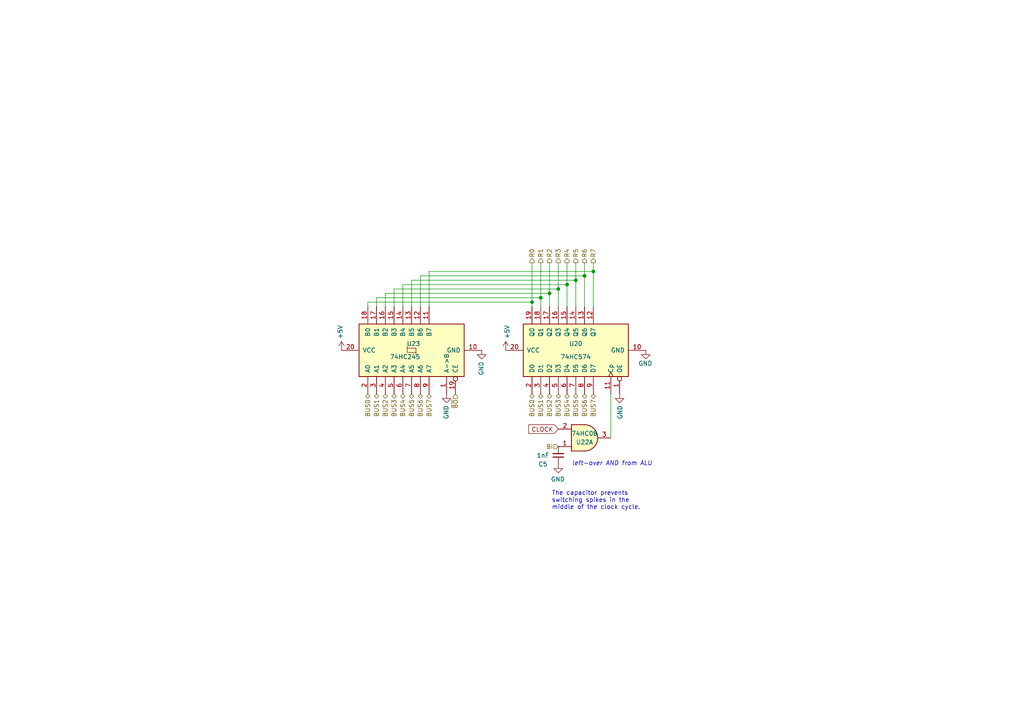
<source format=kicad_sch>
(kicad_sch (version 20211123) (generator eeschema)

  (uuid 7bf351b5-0ca3-402f-bde2-192ed9d3a4d3)

  (paper "A4")

  (title_block
    (title "B Register")
    (date "2022-07-08")
    (rev "1.6.1")
    (comment 2 "creativecommons.org/licenses/by-nc-sa/3.0/deed.en")
    (comment 3 "License: CC BY-NC-SA 3.0")
    (comment 4 "Author: Carsten Herting (slu4)")
  )

  (lib_symbols
    (symbol "74xx:74HC245" (pin_names (offset 1.016)) (in_bom yes) (on_board yes)
      (property "Reference" "U" (id 0) (at -7.62 16.51 0)
        (effects (font (size 1.27 1.27)))
      )
      (property "Value" "74HC245" (id 1) (at -7.62 -16.51 0)
        (effects (font (size 1.27 1.27)))
      )
      (property "Footprint" "" (id 2) (at 0 0 0)
        (effects (font (size 1.27 1.27)) hide)
      )
      (property "Datasheet" "http://www.ti.com/lit/gpn/sn74HC245" (id 3) (at 0 0 0)
        (effects (font (size 1.27 1.27)) hide)
      )
      (property "ki_locked" "" (id 4) (at 0 0 0)
        (effects (font (size 1.27 1.27)))
      )
      (property "ki_keywords" "HCMOS BUS 3State" (id 5) (at 0 0 0)
        (effects (font (size 1.27 1.27)) hide)
      )
      (property "ki_description" "Octal BUS Transceivers, 3-State outputs" (id 6) (at 0 0 0)
        (effects (font (size 1.27 1.27)) hide)
      )
      (property "ki_fp_filters" "DIP?20*" (id 7) (at 0 0 0)
        (effects (font (size 1.27 1.27)) hide)
      )
      (symbol "74HC245_1_0"
        (polyline
          (pts
            (xy -0.635 -1.27)
            (xy -0.635 1.27)
            (xy 0.635 1.27)
          )
          (stroke (width 0) (type default) (color 0 0 0 0))
          (fill (type none))
        )
        (polyline
          (pts
            (xy -1.27 -1.27)
            (xy 0.635 -1.27)
            (xy 0.635 1.27)
            (xy 1.27 1.27)
          )
          (stroke (width 0) (type default) (color 0 0 0 0))
          (fill (type none))
        )
        (pin input line (at -12.7 -10.16 0) (length 5.08)
          (name "A->B" (effects (font (size 1.27 1.27))))
          (number "1" (effects (font (size 1.27 1.27))))
        )
        (pin power_in line (at 0 -20.32 90) (length 5.08)
          (name "GND" (effects (font (size 1.27 1.27))))
          (number "10" (effects (font (size 1.27 1.27))))
        )
        (pin tri_state line (at 12.7 -5.08 180) (length 5.08)
          (name "B7" (effects (font (size 1.27 1.27))))
          (number "11" (effects (font (size 1.27 1.27))))
        )
        (pin tri_state line (at 12.7 -2.54 180) (length 5.08)
          (name "B6" (effects (font (size 1.27 1.27))))
          (number "12" (effects (font (size 1.27 1.27))))
        )
        (pin tri_state line (at 12.7 0 180) (length 5.08)
          (name "B5" (effects (font (size 1.27 1.27))))
          (number "13" (effects (font (size 1.27 1.27))))
        )
        (pin tri_state line (at 12.7 2.54 180) (length 5.08)
          (name "B4" (effects (font (size 1.27 1.27))))
          (number "14" (effects (font (size 1.27 1.27))))
        )
        (pin tri_state line (at 12.7 5.08 180) (length 5.08)
          (name "B3" (effects (font (size 1.27 1.27))))
          (number "15" (effects (font (size 1.27 1.27))))
        )
        (pin tri_state line (at 12.7 7.62 180) (length 5.08)
          (name "B2" (effects (font (size 1.27 1.27))))
          (number "16" (effects (font (size 1.27 1.27))))
        )
        (pin tri_state line (at 12.7 10.16 180) (length 5.08)
          (name "B1" (effects (font (size 1.27 1.27))))
          (number "17" (effects (font (size 1.27 1.27))))
        )
        (pin tri_state line (at 12.7 12.7 180) (length 5.08)
          (name "B0" (effects (font (size 1.27 1.27))))
          (number "18" (effects (font (size 1.27 1.27))))
        )
        (pin input inverted (at -12.7 -12.7 0) (length 5.08)
          (name "CE" (effects (font (size 1.27 1.27))))
          (number "19" (effects (font (size 1.27 1.27))))
        )
        (pin tri_state line (at -12.7 12.7 0) (length 5.08)
          (name "A0" (effects (font (size 1.27 1.27))))
          (number "2" (effects (font (size 1.27 1.27))))
        )
        (pin power_in line (at 0 20.32 270) (length 5.08)
          (name "VCC" (effects (font (size 1.27 1.27))))
          (number "20" (effects (font (size 1.27 1.27))))
        )
        (pin tri_state line (at -12.7 10.16 0) (length 5.08)
          (name "A1" (effects (font (size 1.27 1.27))))
          (number "3" (effects (font (size 1.27 1.27))))
        )
        (pin tri_state line (at -12.7 7.62 0) (length 5.08)
          (name "A2" (effects (font (size 1.27 1.27))))
          (number "4" (effects (font (size 1.27 1.27))))
        )
        (pin tri_state line (at -12.7 5.08 0) (length 5.08)
          (name "A3" (effects (font (size 1.27 1.27))))
          (number "5" (effects (font (size 1.27 1.27))))
        )
        (pin tri_state line (at -12.7 2.54 0) (length 5.08)
          (name "A4" (effects (font (size 1.27 1.27))))
          (number "6" (effects (font (size 1.27 1.27))))
        )
        (pin tri_state line (at -12.7 0 0) (length 5.08)
          (name "A5" (effects (font (size 1.27 1.27))))
          (number "7" (effects (font (size 1.27 1.27))))
        )
        (pin tri_state line (at -12.7 -2.54 0) (length 5.08)
          (name "A6" (effects (font (size 1.27 1.27))))
          (number "8" (effects (font (size 1.27 1.27))))
        )
        (pin tri_state line (at -12.7 -5.08 0) (length 5.08)
          (name "A7" (effects (font (size 1.27 1.27))))
          (number "9" (effects (font (size 1.27 1.27))))
        )
      )
      (symbol "74HC245_1_1"
        (rectangle (start -7.62 15.24) (end 7.62 -15.24)
          (stroke (width 0.254) (type default) (color 0 0 0 0))
          (fill (type background))
        )
      )
    )
    (symbol "8-Bit CPU 32k:74HC08" (pin_names (offset 1.016)) (in_bom yes) (on_board yes)
      (property "Reference" "U" (id 0) (at 0 1.27 0)
        (effects (font (size 1.27 1.27)))
      )
      (property "Value" "74HC08" (id 1) (at 0 -1.27 0)
        (effects (font (size 1.27 1.27)))
      )
      (property "Footprint" "" (id 2) (at 0 0 0)
        (effects (font (size 1.27 1.27)) hide)
      )
      (property "Datasheet" "http://www.ti.com/lit/gpn/sn74LS08" (id 3) (at 0 0 0)
        (effects (font (size 1.27 1.27)) hide)
      )
      (property "ki_locked" "" (id 4) (at 0 0 0)
        (effects (font (size 1.27 1.27)))
      )
      (property "ki_keywords" "TTL and2" (id 5) (at 0 0 0)
        (effects (font (size 1.27 1.27)) hide)
      )
      (property "ki_description" "Quad And2" (id 6) (at 0 0 0)
        (effects (font (size 1.27 1.27)) hide)
      )
      (property "ki_fp_filters" "DIP*W7.62mm*" (id 7) (at 0 0 0)
        (effects (font (size 1.27 1.27)) hide)
      )
      (symbol "74HC08_1_1"
        (arc (start 0 -3.81) (mid 3.81 0) (end 0 3.81)
          (stroke (width 0.254) (type default) (color 0 0 0 0))
          (fill (type background))
        )
        (polyline
          (pts
            (xy 0 3.81)
            (xy -3.81 3.81)
            (xy -3.81 -3.81)
            (xy 0 -3.81)
          )
          (stroke (width 0.254) (type default) (color 0 0 0 0))
          (fill (type background))
        )
        (pin input line (at -7.62 2.54 0) (length 3.81)
          (name "~" (effects (font (size 1.27 1.27))))
          (number "1" (effects (font (size 1.27 1.27))))
        )
        (pin input line (at -7.62 -2.54 0) (length 3.81)
          (name "~" (effects (font (size 1.27 1.27))))
          (number "2" (effects (font (size 1.27 1.27))))
        )
        (pin output line (at 7.62 0 180) (length 3.81)
          (name "~" (effects (font (size 1.27 1.27))))
          (number "3" (effects (font (size 1.27 1.27))))
        )
      )
      (symbol "74HC08_1_2"
        (arc (start -3.81 -3.81) (mid -2.589 0) (end -3.81 3.81)
          (stroke (width 0.254) (type default) (color 0 0 0 0))
          (fill (type none))
        )
        (arc (start -0.6096 -3.81) (mid 2.1842 -2.5851) (end 3.81 0)
          (stroke (width 0.254) (type default) (color 0 0 0 0))
          (fill (type background))
        )
        (polyline
          (pts
            (xy -3.81 -3.81)
            (xy -0.635 -3.81)
          )
          (stroke (width 0.254) (type default) (color 0 0 0 0))
          (fill (type background))
        )
        (polyline
          (pts
            (xy -3.81 3.81)
            (xy -0.635 3.81)
          )
          (stroke (width 0.254) (type default) (color 0 0 0 0))
          (fill (type background))
        )
        (polyline
          (pts
            (xy -0.635 3.81)
            (xy -3.81 3.81)
            (xy -3.81 3.81)
            (xy -3.556 3.4036)
            (xy -3.0226 2.2606)
            (xy -2.6924 1.0414)
            (xy -2.6162 -0.254)
            (xy -2.7686 -1.4986)
            (xy -3.175 -2.7178)
            (xy -3.81 -3.81)
            (xy -3.81 -3.81)
            (xy -0.635 -3.81)
          )
          (stroke (width -25.4) (type default) (color 0 0 0 0))
          (fill (type background))
        )
        (arc (start 3.81 0) (mid 2.1915 2.5936) (end -0.6096 3.81)
          (stroke (width 0.254) (type default) (color 0 0 0 0))
          (fill (type background))
        )
        (pin input inverted (at -7.62 2.54 0) (length 4.318)
          (name "~" (effects (font (size 1.27 1.27))))
          (number "1" (effects (font (size 1.27 1.27))))
        )
        (pin input inverted (at -7.62 -2.54 0) (length 4.318)
          (name "~" (effects (font (size 1.27 1.27))))
          (number "2" (effects (font (size 1.27 1.27))))
        )
        (pin output inverted (at 7.62 0 180) (length 3.81)
          (name "~" (effects (font (size 1.27 1.27))))
          (number "3" (effects (font (size 1.27 1.27))))
        )
      )
      (symbol "74HC08_2_1"
        (arc (start 0 -3.81) (mid 3.81 0) (end 0 3.81)
          (stroke (width 0.254) (type default) (color 0 0 0 0))
          (fill (type background))
        )
        (polyline
          (pts
            (xy 0 3.81)
            (xy -3.81 3.81)
            (xy -3.81 -3.81)
            (xy 0 -3.81)
          )
          (stroke (width 0.254) (type default) (color 0 0 0 0))
          (fill (type background))
        )
        (pin input line (at -7.62 2.54 0) (length 3.81)
          (name "~" (effects (font (size 1.27 1.27))))
          (number "4" (effects (font (size 1.27 1.27))))
        )
        (pin input line (at -7.62 -2.54 0) (length 3.81)
          (name "~" (effects (font (size 1.27 1.27))))
          (number "5" (effects (font (size 1.27 1.27))))
        )
        (pin output line (at 7.62 0 180) (length 3.81)
          (name "~" (effects (font (size 1.27 1.27))))
          (number "6" (effects (font (size 1.27 1.27))))
        )
      )
      (symbol "74HC08_2_2"
        (arc (start -3.81 -3.81) (mid -2.589 0) (end -3.81 3.81)
          (stroke (width 0.254) (type default) (color 0 0 0 0))
          (fill (type none))
        )
        (arc (start -0.6096 -3.81) (mid 2.1842 -2.5851) (end 3.81 0)
          (stroke (width 0.254) (type default) (color 0 0 0 0))
          (fill (type background))
        )
        (polyline
          (pts
            (xy -3.81 -3.81)
            (xy -0.635 -3.81)
          )
          (stroke (width 0.254) (type default) (color 0 0 0 0))
          (fill (type background))
        )
        (polyline
          (pts
            (xy -3.81 3.81)
            (xy -0.635 3.81)
          )
          (stroke (width 0.254) (type default) (color 0 0 0 0))
          (fill (type background))
        )
        (polyline
          (pts
            (xy -0.635 3.81)
            (xy -3.81 3.81)
            (xy -3.81 3.81)
            (xy -3.556 3.4036)
            (xy -3.0226 2.2606)
            (xy -2.6924 1.0414)
            (xy -2.6162 -0.254)
            (xy -2.7686 -1.4986)
            (xy -3.175 -2.7178)
            (xy -3.81 -3.81)
            (xy -3.81 -3.81)
            (xy -0.635 -3.81)
          )
          (stroke (width -25.4) (type default) (color 0 0 0 0))
          (fill (type background))
        )
        (arc (start 3.81 0) (mid 2.1915 2.5936) (end -0.6096 3.81)
          (stroke (width 0.254) (type default) (color 0 0 0 0))
          (fill (type background))
        )
        (pin input inverted (at -7.62 2.54 0) (length 4.318)
          (name "~" (effects (font (size 1.27 1.27))))
          (number "4" (effects (font (size 1.27 1.27))))
        )
        (pin input inverted (at -7.62 -2.54 0) (length 4.318)
          (name "~" (effects (font (size 1.27 1.27))))
          (number "5" (effects (font (size 1.27 1.27))))
        )
        (pin output inverted (at 7.62 0 180) (length 3.81)
          (name "~" (effects (font (size 1.27 1.27))))
          (number "6" (effects (font (size 1.27 1.27))))
        )
      )
      (symbol "74HC08_3_1"
        (arc (start 0 -3.81) (mid 3.81 0) (end 0 3.81)
          (stroke (width 0.254) (type default) (color 0 0 0 0))
          (fill (type background))
        )
        (polyline
          (pts
            (xy 0 3.81)
            (xy -3.81 3.81)
            (xy -3.81 -3.81)
            (xy 0 -3.81)
          )
          (stroke (width 0.254) (type default) (color 0 0 0 0))
          (fill (type background))
        )
        (pin input line (at -7.62 -2.54 0) (length 3.81)
          (name "~" (effects (font (size 1.27 1.27))))
          (number "10" (effects (font (size 1.27 1.27))))
        )
        (pin output line (at 7.62 0 180) (length 3.81)
          (name "~" (effects (font (size 1.27 1.27))))
          (number "8" (effects (font (size 1.27 1.27))))
        )
        (pin input line (at -7.62 2.54 0) (length 3.81)
          (name "~" (effects (font (size 1.27 1.27))))
          (number "9" (effects (font (size 1.27 1.27))))
        )
      )
      (symbol "74HC08_3_2"
        (arc (start -3.81 -3.81) (mid -2.589 0) (end -3.81 3.81)
          (stroke (width 0.254) (type default) (color 0 0 0 0))
          (fill (type none))
        )
        (arc (start -0.6096 -3.81) (mid 2.1842 -2.5851) (end 3.81 0)
          (stroke (width 0.254) (type default) (color 0 0 0 0))
          (fill (type background))
        )
        (polyline
          (pts
            (xy -3.81 -3.81)
            (xy -0.635 -3.81)
          )
          (stroke (width 0.254) (type default) (color 0 0 0 0))
          (fill (type background))
        )
        (polyline
          (pts
            (xy -3.81 3.81)
            (xy -0.635 3.81)
          )
          (stroke (width 0.254) (type default) (color 0 0 0 0))
          (fill (type background))
        )
        (polyline
          (pts
            (xy -0.635 3.81)
            (xy -3.81 3.81)
            (xy -3.81 3.81)
            (xy -3.556 3.4036)
            (xy -3.0226 2.2606)
            (xy -2.6924 1.0414)
            (xy -2.6162 -0.254)
            (xy -2.7686 -1.4986)
            (xy -3.175 -2.7178)
            (xy -3.81 -3.81)
            (xy -3.81 -3.81)
            (xy -0.635 -3.81)
          )
          (stroke (width -25.4) (type default) (color 0 0 0 0))
          (fill (type background))
        )
        (arc (start 3.81 0) (mid 2.1915 2.5936) (end -0.6096 3.81)
          (stroke (width 0.254) (type default) (color 0 0 0 0))
          (fill (type background))
        )
        (pin input inverted (at -7.62 -2.54 0) (length 4.318)
          (name "~" (effects (font (size 1.27 1.27))))
          (number "10" (effects (font (size 1.27 1.27))))
        )
        (pin output inverted (at 7.62 0 180) (length 3.81)
          (name "~" (effects (font (size 1.27 1.27))))
          (number "8" (effects (font (size 1.27 1.27))))
        )
        (pin input inverted (at -7.62 2.54 0) (length 4.318)
          (name "~" (effects (font (size 1.27 1.27))))
          (number "9" (effects (font (size 1.27 1.27))))
        )
      )
      (symbol "74HC08_4_1"
        (arc (start 0 -3.81) (mid 3.81 0) (end 0 3.81)
          (stroke (width 0.254) (type default) (color 0 0 0 0))
          (fill (type background))
        )
        (polyline
          (pts
            (xy 0 3.81)
            (xy -3.81 3.81)
            (xy -3.81 -3.81)
            (xy 0 -3.81)
          )
          (stroke (width 0.254) (type default) (color 0 0 0 0))
          (fill (type background))
        )
        (pin output line (at 7.62 0 180) (length 3.81)
          (name "~" (effects (font (size 1.27 1.27))))
          (number "11" (effects (font (size 1.27 1.27))))
        )
        (pin input line (at -7.62 2.54 0) (length 3.81)
          (name "~" (effects (font (size 1.27 1.27))))
          (number "12" (effects (font (size 1.27 1.27))))
        )
        (pin input line (at -7.62 -2.54 0) (length 3.81)
          (name "~" (effects (font (size 1.27 1.27))))
          (number "13" (effects (font (size 1.27 1.27))))
        )
      )
      (symbol "74HC08_4_2"
        (arc (start -3.81 -3.81) (mid -2.589 0) (end -3.81 3.81)
          (stroke (width 0.254) (type default) (color 0 0 0 0))
          (fill (type none))
        )
        (arc (start -0.6096 -3.81) (mid 2.1842 -2.5851) (end 3.81 0)
          (stroke (width 0.254) (type default) (color 0 0 0 0))
          (fill (type background))
        )
        (polyline
          (pts
            (xy -3.81 -3.81)
            (xy -0.635 -3.81)
          )
          (stroke (width 0.254) (type default) (color 0 0 0 0))
          (fill (type background))
        )
        (polyline
          (pts
            (xy -3.81 3.81)
            (xy -0.635 3.81)
          )
          (stroke (width 0.254) (type default) (color 0 0 0 0))
          (fill (type background))
        )
        (polyline
          (pts
            (xy -0.635 3.81)
            (xy -3.81 3.81)
            (xy -3.81 3.81)
            (xy -3.556 3.4036)
            (xy -3.0226 2.2606)
            (xy -2.6924 1.0414)
            (xy -2.6162 -0.254)
            (xy -2.7686 -1.4986)
            (xy -3.175 -2.7178)
            (xy -3.81 -3.81)
            (xy -3.81 -3.81)
            (xy -0.635 -3.81)
          )
          (stroke (width -25.4) (type default) (color 0 0 0 0))
          (fill (type background))
        )
        (arc (start 3.81 0) (mid 2.1915 2.5936) (end -0.6096 3.81)
          (stroke (width 0.254) (type default) (color 0 0 0 0))
          (fill (type background))
        )
        (pin output inverted (at 7.62 0 180) (length 3.81)
          (name "~" (effects (font (size 1.27 1.27))))
          (number "11" (effects (font (size 1.27 1.27))))
        )
        (pin input inverted (at -7.62 2.54 0) (length 4.318)
          (name "~" (effects (font (size 1.27 1.27))))
          (number "12" (effects (font (size 1.27 1.27))))
        )
        (pin input inverted (at -7.62 -2.54 0) (length 4.318)
          (name "~" (effects (font (size 1.27 1.27))))
          (number "13" (effects (font (size 1.27 1.27))))
        )
      )
      (symbol "74HC08_5_0"
        (pin power_in line (at 0 12.7 270) (length 5.08)
          (name "VCC" (effects (font (size 1.27 1.27))))
          (number "14" (effects (font (size 1.27 1.27))))
        )
        (pin power_in line (at 0 -12.7 90) (length 5.08)
          (name "GND" (effects (font (size 1.27 1.27))))
          (number "7" (effects (font (size 1.27 1.27))))
        )
      )
      (symbol "74HC08_5_1"
        (rectangle (start -5.08 7.62) (end 5.08 -7.62)
          (stroke (width 0.254) (type default) (color 0 0 0 0))
          (fill (type background))
        )
      )
    )
    (symbol "8-Bit CPU 32k:74HC574" (pin_names (offset 1.016)) (in_bom yes) (on_board yes)
      (property "Reference" "U" (id 0) (at -7.62 16.51 0)
        (effects (font (size 1.27 1.27)))
      )
      (property "Value" "74HC574" (id 1) (at -7.62 -16.51 0)
        (effects (font (size 1.27 1.27)))
      )
      (property "Footprint" "" (id 2) (at 0 0 0)
        (effects (font (size 1.27 1.27)) hide)
      )
      (property "Datasheet" "http://www.ti.com/lit/gpn/sn74LS574" (id 3) (at 0 0 0)
        (effects (font (size 1.27 1.27)) hide)
      )
      (property "ki_locked" "" (id 4) (at 0 0 0)
        (effects (font (size 1.27 1.27)))
      )
      (property "ki_keywords" "TTL REG DFF DFF8 3State" (id 5) (at 0 0 0)
        (effects (font (size 1.27 1.27)) hide)
      )
      (property "ki_description" "8-bit Register, 3-state outputs" (id 6) (at 0 0 0)
        (effects (font (size 1.27 1.27)) hide)
      )
      (property "ki_fp_filters" "DIP?20*" (id 7) (at 0 0 0)
        (effects (font (size 1.27 1.27)) hide)
      )
      (symbol "74HC574_1_0"
        (pin input inverted (at -12.7 -12.7 0) (length 5.08)
          (name "OE" (effects (font (size 1.27 1.27))))
          (number "1" (effects (font (size 1.27 1.27))))
        )
        (pin power_in line (at 0 -20.32 90) (length 5.08)
          (name "GND" (effects (font (size 1.27 1.27))))
          (number "10" (effects (font (size 1.27 1.27))))
        )
        (pin input clock (at -12.7 -10.16 0) (length 5.08)
          (name "Cp" (effects (font (size 1.27 1.27))))
          (number "11" (effects (font (size 1.27 1.27))))
        )
        (pin tri_state line (at 12.7 -5.08 180) (length 5.08)
          (name "Q7" (effects (font (size 1.27 1.27))))
          (number "12" (effects (font (size 1.27 1.27))))
        )
        (pin tri_state line (at 12.7 -2.54 180) (length 5.08)
          (name "Q6" (effects (font (size 1.27 1.27))))
          (number "13" (effects (font (size 1.27 1.27))))
        )
        (pin tri_state line (at 12.7 0 180) (length 5.08)
          (name "Q5" (effects (font (size 1.27 1.27))))
          (number "14" (effects (font (size 1.27 1.27))))
        )
        (pin tri_state line (at 12.7 2.54 180) (length 5.08)
          (name "Q4" (effects (font (size 1.27 1.27))))
          (number "15" (effects (font (size 1.27 1.27))))
        )
        (pin tri_state line (at 12.7 5.08 180) (length 5.08)
          (name "Q3" (effects (font (size 1.27 1.27))))
          (number "16" (effects (font (size 1.27 1.27))))
        )
        (pin tri_state line (at 12.7 7.62 180) (length 5.08)
          (name "Q2" (effects (font (size 1.27 1.27))))
          (number "17" (effects (font (size 1.27 1.27))))
        )
        (pin tri_state line (at 12.7 10.16 180) (length 5.08)
          (name "Q1" (effects (font (size 1.27 1.27))))
          (number "18" (effects (font (size 1.27 1.27))))
        )
        (pin tri_state line (at 12.7 12.7 180) (length 5.08)
          (name "Q0" (effects (font (size 1.27 1.27))))
          (number "19" (effects (font (size 1.27 1.27))))
        )
        (pin input line (at -12.7 12.7 0) (length 5.08)
          (name "D0" (effects (font (size 1.27 1.27))))
          (number "2" (effects (font (size 1.27 1.27))))
        )
        (pin power_in line (at 0 20.32 270) (length 5.08)
          (name "VCC" (effects (font (size 1.27 1.27))))
          (number "20" (effects (font (size 1.27 1.27))))
        )
        (pin input line (at -12.7 10.16 0) (length 5.08)
          (name "D1" (effects (font (size 1.27 1.27))))
          (number "3" (effects (font (size 1.27 1.27))))
        )
        (pin input line (at -12.7 7.62 0) (length 5.08)
          (name "D2" (effects (font (size 1.27 1.27))))
          (number "4" (effects (font (size 1.27 1.27))))
        )
        (pin input line (at -12.7 5.08 0) (length 5.08)
          (name "D3" (effects (font (size 1.27 1.27))))
          (number "5" (effects (font (size 1.27 1.27))))
        )
        (pin input line (at -12.7 2.54 0) (length 5.08)
          (name "D4" (effects (font (size 1.27 1.27))))
          (number "6" (effects (font (size 1.27 1.27))))
        )
        (pin input line (at -12.7 0 0) (length 5.08)
          (name "D5" (effects (font (size 1.27 1.27))))
          (number "7" (effects (font (size 1.27 1.27))))
        )
        (pin input line (at -12.7 -2.54 0) (length 5.08)
          (name "D6" (effects (font (size 1.27 1.27))))
          (number "8" (effects (font (size 1.27 1.27))))
        )
        (pin input line (at -12.7 -5.08 0) (length 5.08)
          (name "D7" (effects (font (size 1.27 1.27))))
          (number "9" (effects (font (size 1.27 1.27))))
        )
      )
      (symbol "74HC574_1_1"
        (rectangle (start -7.62 15.24) (end 7.62 -15.24)
          (stroke (width 0.254) (type default) (color 0 0 0 0))
          (fill (type background))
        )
      )
    )
    (symbol "Device:C_Small" (pin_numbers hide) (pin_names (offset 0.254) hide) (in_bom yes) (on_board yes)
      (property "Reference" "C" (id 0) (at 0.254 1.778 0)
        (effects (font (size 1.27 1.27)) (justify left))
      )
      (property "Value" "C_Small" (id 1) (at 0.254 -2.032 0)
        (effects (font (size 1.27 1.27)) (justify left))
      )
      (property "Footprint" "" (id 2) (at 0 0 0)
        (effects (font (size 1.27 1.27)) hide)
      )
      (property "Datasheet" "~" (id 3) (at 0 0 0)
        (effects (font (size 1.27 1.27)) hide)
      )
      (property "ki_keywords" "capacitor cap" (id 4) (at 0 0 0)
        (effects (font (size 1.27 1.27)) hide)
      )
      (property "ki_description" "Unpolarized capacitor, small symbol" (id 5) (at 0 0 0)
        (effects (font (size 1.27 1.27)) hide)
      )
      (property "ki_fp_filters" "C_*" (id 6) (at 0 0 0)
        (effects (font (size 1.27 1.27)) hide)
      )
      (symbol "C_Small_0_1"
        (polyline
          (pts
            (xy -1.524 -0.508)
            (xy 1.524 -0.508)
          )
          (stroke (width 0.3302) (type default) (color 0 0 0 0))
          (fill (type none))
        )
        (polyline
          (pts
            (xy -1.524 0.508)
            (xy 1.524 0.508)
          )
          (stroke (width 0.3048) (type default) (color 0 0 0 0))
          (fill (type none))
        )
      )
      (symbol "C_Small_1_1"
        (pin passive line (at 0 2.54 270) (length 2.032)
          (name "~" (effects (font (size 1.27 1.27))))
          (number "1" (effects (font (size 1.27 1.27))))
        )
        (pin passive line (at 0 -2.54 90) (length 2.032)
          (name "~" (effects (font (size 1.27 1.27))))
          (number "2" (effects (font (size 1.27 1.27))))
        )
      )
    )
    (symbol "power:+5V" (power) (pin_names (offset 0)) (in_bom yes) (on_board yes)
      (property "Reference" "#PWR" (id 0) (at 0 -3.81 0)
        (effects (font (size 1.27 1.27)) hide)
      )
      (property "Value" "+5V" (id 1) (at 0 3.556 0)
        (effects (font (size 1.27 1.27)))
      )
      (property "Footprint" "" (id 2) (at 0 0 0)
        (effects (font (size 1.27 1.27)) hide)
      )
      (property "Datasheet" "" (id 3) (at 0 0 0)
        (effects (font (size 1.27 1.27)) hide)
      )
      (property "ki_keywords" "power-flag" (id 4) (at 0 0 0)
        (effects (font (size 1.27 1.27)) hide)
      )
      (property "ki_description" "Power symbol creates a global label with name \"+5V\"" (id 5) (at 0 0 0)
        (effects (font (size 1.27 1.27)) hide)
      )
      (symbol "+5V_0_1"
        (polyline
          (pts
            (xy -0.762 1.27)
            (xy 0 2.54)
          )
          (stroke (width 0) (type default) (color 0 0 0 0))
          (fill (type none))
        )
        (polyline
          (pts
            (xy 0 0)
            (xy 0 2.54)
          )
          (stroke (width 0) (type default) (color 0 0 0 0))
          (fill (type none))
        )
        (polyline
          (pts
            (xy 0 2.54)
            (xy 0.762 1.27)
          )
          (stroke (width 0) (type default) (color 0 0 0 0))
          (fill (type none))
        )
      )
      (symbol "+5V_1_1"
        (pin power_in line (at 0 0 90) (length 0) hide
          (name "+5V" (effects (font (size 1.27 1.27))))
          (number "1" (effects (font (size 1.27 1.27))))
        )
      )
    )
    (symbol "power:GND" (power) (pin_names (offset 0)) (in_bom yes) (on_board yes)
      (property "Reference" "#PWR" (id 0) (at 0 -6.35 0)
        (effects (font (size 1.27 1.27)) hide)
      )
      (property "Value" "GND" (id 1) (at 0 -3.81 0)
        (effects (font (size 1.27 1.27)))
      )
      (property "Footprint" "" (id 2) (at 0 0 0)
        (effects (font (size 1.27 1.27)) hide)
      )
      (property "Datasheet" "" (id 3) (at 0 0 0)
        (effects (font (size 1.27 1.27)) hide)
      )
      (property "ki_keywords" "power-flag" (id 4) (at 0 0 0)
        (effects (font (size 1.27 1.27)) hide)
      )
      (property "ki_description" "Power symbol creates a global label with name \"GND\" , ground" (id 5) (at 0 0 0)
        (effects (font (size 1.27 1.27)) hide)
      )
      (symbol "GND_0_1"
        (polyline
          (pts
            (xy 0 0)
            (xy 0 -1.27)
            (xy 1.27 -1.27)
            (xy 0 -2.54)
            (xy -1.27 -1.27)
            (xy 0 -1.27)
          )
          (stroke (width 0) (type default) (color 0 0 0 0))
          (fill (type none))
        )
      )
      (symbol "GND_1_1"
        (pin power_in line (at 0 0 270) (length 0) hide
          (name "GND" (effects (font (size 1.27 1.27))))
          (number "1" (effects (font (size 1.27 1.27))))
        )
      )
    )
  )

  (junction (at 154.305 87.63) (diameter 0) (color 0 0 0 0)
    (uuid 05be4efb-d386-44de-b1fa-fb5bfaead741)
  )
  (junction (at 164.465 82.55) (diameter 0) (color 0 0 0 0)
    (uuid 3788e650-8f95-4217-a513-3b430b913278)
  )
  (junction (at 159.385 85.09) (diameter 0) (color 0 0 0 0)
    (uuid 4a976d76-7ab9-4fd0-9197-f41194f98343)
  )
  (junction (at 161.925 83.82) (diameter 0) (color 0 0 0 0)
    (uuid 6c0fe6c3-3768-4ea6-af51-dc0aeeac1ed0)
  )
  (junction (at 172.085 78.74) (diameter 0) (color 0 0 0 0)
    (uuid a02d2519-1601-47d2-8b63-1604ba8f78db)
  )
  (junction (at 169.545 80.01) (diameter 0) (color 0 0 0 0)
    (uuid ba84ae49-5503-4d51-a1a0-14c14e086859)
  )
  (junction (at 167.005 81.28) (diameter 0) (color 0 0 0 0)
    (uuid e4e2f98c-2274-4183-a9ca-c4e1a72a4f35)
  )
  (junction (at 156.845 86.36) (diameter 0) (color 0 0 0 0)
    (uuid f1962bf3-9b87-4e4b-91f8-6ef4913cc80f)
  )

  (wire (pts (xy 169.545 88.9) (xy 169.545 80.01))
    (stroke (width 0) (type default) (color 0 0 0 0))
    (uuid 12decf02-08c9-49b3-b3b0-c2980b46d982)
  )
  (wire (pts (xy 169.545 80.01) (xy 121.92 80.01))
    (stroke (width 0) (type default) (color 0 0 0 0))
    (uuid 1533a7c0-1f94-4975-b9fa-0b5fb280dad9)
  )
  (wire (pts (xy 164.465 76.2) (xy 164.465 82.55))
    (stroke (width 0) (type default) (color 0 0 0 0))
    (uuid 1e4046c1-bc55-4570-866a-b29fe2b67aa9)
  )
  (wire (pts (xy 164.465 82.55) (xy 164.465 88.9))
    (stroke (width 0) (type default) (color 0 0 0 0))
    (uuid 1f7ce848-ecd1-48f6-b968-b569545e5afe)
  )
  (wire (pts (xy 119.38 81.28) (xy 167.005 81.28))
    (stroke (width 0) (type default) (color 0 0 0 0))
    (uuid 21bea45c-92dd-4e03-bd56-475bde6c6b6f)
  )
  (wire (pts (xy 116.84 82.55) (xy 164.465 82.55))
    (stroke (width 0) (type default) (color 0 0 0 0))
    (uuid 2d919865-bb91-4d23-b101-3c55da61dc7a)
  )
  (wire (pts (xy 172.085 78.74) (xy 172.085 88.9))
    (stroke (width 0) (type default) (color 0 0 0 0))
    (uuid 2f5aa74f-9ee3-49c8-8884-2e08706a46e1)
  )
  (wire (pts (xy 154.305 76.2) (xy 154.305 87.63))
    (stroke (width 0) (type default) (color 0 0 0 0))
    (uuid 37d1a1cc-6a20-4354-88fa-29b7adc03b17)
  )
  (wire (pts (xy 169.545 76.2) (xy 169.545 80.01))
    (stroke (width 0) (type default) (color 0 0 0 0))
    (uuid 39d47491-f673-4f20-9c93-f6aa5b2e2e3f)
  )
  (wire (pts (xy 111.76 85.09) (xy 111.76 88.9))
    (stroke (width 0) (type default) (color 0 0 0 0))
    (uuid 4f1cec83-d603-4acb-91e0-7bb12dab82f9)
  )
  (wire (pts (xy 172.085 76.2) (xy 172.085 78.74))
    (stroke (width 0) (type default) (color 0 0 0 0))
    (uuid 4fb6f226-d78a-4cc8-9c36-1c0597d255a5)
  )
  (wire (pts (xy 114.3 83.82) (xy 114.3 88.9))
    (stroke (width 0) (type default) (color 0 0 0 0))
    (uuid 57e2111f-8ff5-4315-aded-574f99815ed4)
  )
  (wire (pts (xy 154.305 88.9) (xy 154.305 87.63))
    (stroke (width 0) (type default) (color 0 0 0 0))
    (uuid 5a71569d-67f7-4b6b-96d2-87c44eac1777)
  )
  (wire (pts (xy 121.92 80.01) (xy 121.92 88.9))
    (stroke (width 0) (type default) (color 0 0 0 0))
    (uuid 6f2fedfa-02d6-475a-b378-39ff5356711f)
  )
  (wire (pts (xy 156.845 76.2) (xy 156.845 86.36))
    (stroke (width 0) (type default) (color 0 0 0 0))
    (uuid 70f577a4-2178-40d2-b0be-17682b48b6ba)
  )
  (wire (pts (xy 177.165 127) (xy 177.165 114.3))
    (stroke (width 0) (type default) (color 0 0 0 0))
    (uuid 72f51cbc-0f56-4ae6-9096-564563ae4d2f)
  )
  (wire (pts (xy 124.46 78.74) (xy 124.46 88.9))
    (stroke (width 0) (type default) (color 0 0 0 0))
    (uuid 83f511a8-3815-49dd-aca0-1a559bd74f1c)
  )
  (wire (pts (xy 167.005 81.28) (xy 167.005 88.9))
    (stroke (width 0) (type default) (color 0 0 0 0))
    (uuid 94f99fe1-032e-4ec7-97d5-18352c02a993)
  )
  (wire (pts (xy 159.385 85.09) (xy 159.385 88.9))
    (stroke (width 0) (type default) (color 0 0 0 0))
    (uuid 97d01ba0-ec9a-4bf8-b0e7-f9a422154c74)
  )
  (wire (pts (xy 156.845 86.36) (xy 156.845 88.9))
    (stroke (width 0) (type default) (color 0 0 0 0))
    (uuid b180a248-42bb-4eaa-a4ae-02aae6bbf303)
  )
  (wire (pts (xy 159.385 76.2) (xy 159.385 85.09))
    (stroke (width 0) (type default) (color 0 0 0 0))
    (uuid b408dc23-184c-48e7-a654-e3161ebde191)
  )
  (wire (pts (xy 167.005 76.2) (xy 167.005 81.28))
    (stroke (width 0) (type default) (color 0 0 0 0))
    (uuid b5c7cfa0-0038-4cb8-abd1-93fa8ffe13d9)
  )
  (wire (pts (xy 161.925 88.9) (xy 161.925 83.82))
    (stroke (width 0) (type default) (color 0 0 0 0))
    (uuid bd125982-0891-4bff-9d98-46c74088b3bb)
  )
  (wire (pts (xy 161.925 83.82) (xy 114.3 83.82))
    (stroke (width 0) (type default) (color 0 0 0 0))
    (uuid d4ca8b08-bb46-46a1-803f-015a90d7c555)
  )
  (wire (pts (xy 111.76 85.09) (xy 159.385 85.09))
    (stroke (width 0) (type default) (color 0 0 0 0))
    (uuid d5d92da5-4dc0-4398-b4a7-0e9b5c4ca8fc)
  )
  (wire (pts (xy 154.305 87.63) (xy 106.68 87.63))
    (stroke (width 0) (type default) (color 0 0 0 0))
    (uuid dbbeacab-6c2d-4920-9afb-917e17a8f93c)
  )
  (wire (pts (xy 109.22 86.36) (xy 109.22 88.9))
    (stroke (width 0) (type default) (color 0 0 0 0))
    (uuid e7d045c3-551e-4933-98ed-c86c0a69d3b2)
  )
  (wire (pts (xy 161.925 76.2) (xy 161.925 83.82))
    (stroke (width 0) (type default) (color 0 0 0 0))
    (uuid e97b27d9-8d75-4145-a54b-558d30bf59f2)
  )
  (wire (pts (xy 124.46 78.74) (xy 172.085 78.74))
    (stroke (width 0) (type default) (color 0 0 0 0))
    (uuid f10b79bc-5744-4b2e-978f-fa66c7597cc1)
  )
  (wire (pts (xy 119.38 81.28) (xy 119.38 88.9))
    (stroke (width 0) (type default) (color 0 0 0 0))
    (uuid f5360aee-8562-4f08-a66e-ba35ac17d084)
  )
  (wire (pts (xy 106.68 87.63) (xy 106.68 88.9))
    (stroke (width 0) (type default) (color 0 0 0 0))
    (uuid f5e2af91-8f40-4609-a97a-216b8cda4e98)
  )
  (wire (pts (xy 116.84 82.55) (xy 116.84 88.9))
    (stroke (width 0) (type default) (color 0 0 0 0))
    (uuid fb614240-5481-4195-ab59-6b2fb5270865)
  )
  (wire (pts (xy 109.22 86.36) (xy 156.845 86.36))
    (stroke (width 0) (type default) (color 0 0 0 0))
    (uuid fbf81380-0873-4633-afd0-00dede9d55a6)
  )

  (text "The capacitor prevents\nswitching spikes in the\nmiddle of the clock cycle."
    (at 160.02 147.955 0)
    (effects (font (size 1.27 1.27)) (justify left bottom))
    (uuid 59020c6b-c4de-4a79-b69a-548d41e4b625)
  )
  (text "left-over AND from ALU" (at 189.23 135.255 180)
    (effects (font (size 1.27 1.27) italic) (justify right bottom))
    (uuid 63c48da6-ead1-4501-b11c-2a9c5f758e09)
  )

  (global_label "CLOCK" (shape input) (at 161.925 124.46 180) (fields_autoplaced)
    (effects (font (size 1.27 1.27)) (justify right))
    (uuid 6a4cefd4-1325-43e4-a927-14d61d719823)
    (property "Intersheet References" "${INTERSHEET_REFS}" (id 0) (at 153.4322 124.3806 0)
      (effects (font (size 1.27 1.27)) (justify right) hide)
    )
  )

  (hierarchical_label "BUS1" (shape bidirectional) (at 156.845 114.3 270)
    (effects (font (size 1.27 1.27)) (justify right))
    (uuid 18607633-8ea9-4a89-9fc9-e5bf53550217)
  )
  (hierarchical_label "BUS4" (shape bidirectional) (at 164.465 114.3 270)
    (effects (font (size 1.27 1.27)) (justify right))
    (uuid 1e125da0-390d-41dc-8bc7-00de24f89ae6)
  )
  (hierarchical_label "BUS7" (shape bidirectional) (at 124.46 114.3 270)
    (effects (font (size 1.27 1.27)) (justify right))
    (uuid 23fcfc94-fb52-47dc-b3e7-1f619bb10ce3)
  )
  (hierarchical_label "BUS2" (shape bidirectional) (at 159.385 114.3 270)
    (effects (font (size 1.27 1.27)) (justify right))
    (uuid 2e9a3e75-74c6-4f6e-b84d-d777857d3163)
  )
  (hierarchical_label "BUS2" (shape bidirectional) (at 111.76 114.3 270)
    (effects (font (size 1.27 1.27)) (justify right))
    (uuid 30abc0a8-bcac-4a93-87c9-53138cde3392)
  )
  (hierarchical_label "R3" (shape output) (at 161.925 76.2 90)
    (effects (font (size 1.27 1.27)) (justify left))
    (uuid 341288e0-ff15-45b1-88b7-420958cfcdac)
  )
  (hierarchical_label "R1" (shape output) (at 156.845 76.2 90)
    (effects (font (size 1.27 1.27)) (justify left))
    (uuid 34475bd5-62e5-45ce-96bc-9935f6eb2f08)
  )
  (hierarchical_label "BI" (shape input) (at 161.925 129.54 180)
    (effects (font (size 1.27 1.27)) (justify right))
    (uuid 48701a80-abde-43fc-8a56-ffde322e219f)
  )
  (hierarchical_label "R2" (shape output) (at 159.385 76.2 90)
    (effects (font (size 1.27 1.27)) (justify left))
    (uuid 5f80b45f-efbb-4fcd-8419-0122aebd7630)
  )
  (hierarchical_label "R6" (shape output) (at 169.545 76.2 90)
    (effects (font (size 1.27 1.27)) (justify left))
    (uuid 653e45bd-0ec8-4b0e-a83e-f26cd4ccdf0c)
  )
  (hierarchical_label "BUS5" (shape bidirectional) (at 119.38 114.3 270)
    (effects (font (size 1.27 1.27)) (justify right))
    (uuid 66ca235d-fbd2-4170-b010-8f9782a92f14)
  )
  (hierarchical_label "BUS3" (shape bidirectional) (at 114.3 114.3 270)
    (effects (font (size 1.27 1.27)) (justify right))
    (uuid 691e8dba-ee4f-4d13-bc8b-0e8920130e75)
  )
  (hierarchical_label "BUS0" (shape bidirectional) (at 154.305 114.3 270)
    (effects (font (size 1.27 1.27)) (justify right))
    (uuid 6a035c91-0873-43d3-83e9-51439c75e3fd)
  )
  (hierarchical_label "R7" (shape output) (at 172.085 76.2 90)
    (effects (font (size 1.27 1.27)) (justify left))
    (uuid 71fffc9d-a534-4518-8953-fa0f52501615)
  )
  (hierarchical_label "BUS3" (shape bidirectional) (at 161.925 114.3 270)
    (effects (font (size 1.27 1.27)) (justify right))
    (uuid 75d70c74-8b62-4de2-8ffc-ba2482190b27)
  )
  (hierarchical_label "BUS6" (shape bidirectional) (at 121.92 114.3 270)
    (effects (font (size 1.27 1.27)) (justify right))
    (uuid 771f1f83-8ead-4344-9515-082e106dee27)
  )
  (hierarchical_label "BUS0" (shape bidirectional) (at 106.68 114.3 270)
    (effects (font (size 1.27 1.27)) (justify right))
    (uuid 93233137-50e5-49ab-aa48-e8124a4f4d57)
  )
  (hierarchical_label "R0" (shape output) (at 154.305 76.2 90)
    (effects (font (size 1.27 1.27)) (justify left))
    (uuid 95ef4bbb-7b06-4fb1-bf27-ad62c54c9905)
  )
  (hierarchical_label "R4" (shape output) (at 164.465 76.2 90)
    (effects (font (size 1.27 1.27)) (justify left))
    (uuid a1e04d83-cc49-4f23-b418-971dba923148)
  )
  (hierarchical_label "~{BO}" (shape input) (at 132.08 114.3 270)
    (effects (font (size 1.27 1.27)) (justify right))
    (uuid ac6c78ca-8fea-47d1-b878-7407f3619a9c)
  )
  (hierarchical_label "BUS6" (shape bidirectional) (at 169.545 114.3 270)
    (effects (font (size 1.27 1.27)) (justify right))
    (uuid b4298be7-9f67-430c-9b8e-2e1ea02bb31c)
  )
  (hierarchical_label "BUS5" (shape bidirectional) (at 167.005 114.3 270)
    (effects (font (size 1.27 1.27)) (justify right))
    (uuid c6397c38-3f53-4469-aa55-6960a3bfad4b)
  )
  (hierarchical_label "BUS4" (shape bidirectional) (at 116.84 114.3 270)
    (effects (font (size 1.27 1.27)) (justify right))
    (uuid dfae1504-5e45-4a81-be5a-6984c1edd2b4)
  )
  (hierarchical_label "BUS7" (shape bidirectional) (at 172.085 114.3 270)
    (effects (font (size 1.27 1.27)) (justify right))
    (uuid e8de2d60-afe0-4c0a-a493-ffe4647177d0)
  )
  (hierarchical_label "R5" (shape output) (at 167.005 76.2 90)
    (effects (font (size 1.27 1.27)) (justify left))
    (uuid f4c8e15e-f13d-4625-89f4-2362a585e7e0)
  )
  (hierarchical_label "BUS1" (shape bidirectional) (at 109.22 114.3 270)
    (effects (font (size 1.27 1.27)) (justify right))
    (uuid f749466c-d8c1-45fb-b6ab-139f3d999d21)
  )

  (symbol (lib_id "74xx:74HC245") (at 119.38 101.6 90) (unit 1)
    (in_bom yes) (on_board yes)
    (uuid 00000000-0000-0000-0000-00005f392b66)
    (property "Reference" "U23" (id 0) (at 121.92 99.695 90)
      (effects (font (size 1.27 1.27)) (justify left))
    )
    (property "Value" "74HC245" (id 1) (at 121.92 103.505 90)
      (effects (font (size 1.27 1.27)) (justify left))
    )
    (property "Footprint" "Package_DIP:DIP-20_W7.62mm" (id 2) (at 119.38 101.6 0)
      (effects (font (size 1.27 1.27)) hide)
    )
    (property "Datasheet" "http://www.ti.com/lit/gpn/sn74HC245" (id 3) (at 119.38 101.6 0)
      (effects (font (size 1.27 1.27)) hide)
    )
    (pin "1" (uuid 11d824cf-f2b7-47db-bfeb-ce1b8ac70e9e))
    (pin "10" (uuid 5313846b-3274-448c-bc64-fb7a941bfa2e))
    (pin "11" (uuid 43db5ed3-3308-4e20-b951-5e0843a6f343))
    (pin "12" (uuid 116ef56b-d33d-465d-b18f-52d857deb2d9))
    (pin "13" (uuid 99c471e6-aa3c-4c12-91be-f813832ff09a))
    (pin "14" (uuid 67a8c952-1b8c-431e-9776-649d0cee73d2))
    (pin "15" (uuid 67be0646-e2f0-451e-9ac7-ceca058cdfb4))
    (pin "16" (uuid dcfadbe9-d9f4-4df0-88ff-4b415bd0d52b))
    (pin "17" (uuid dcf4a3fb-c01c-471a-abca-99c265e30d93))
    (pin "18" (uuid 87879249-725f-42d4-9970-a0a0fbe743d0))
    (pin "19" (uuid 6988cfca-7243-43d4-bf33-b7e3dd32b78e))
    (pin "2" (uuid a1dc287a-52ef-403c-b135-64301787de3e))
    (pin "20" (uuid 53f6d58b-ab95-4e4b-9e65-6477b1df7405))
    (pin "3" (uuid c51a8f6b-9535-44af-be8b-c2190009e3b9))
    (pin "4" (uuid 79366982-a2ff-4adc-8361-e9171df7263f))
    (pin "5" (uuid 38445795-03ed-43a1-a4bf-d425baf10251))
    (pin "6" (uuid b9a7e14b-48f3-4459-b126-a454e0f2fe58))
    (pin "7" (uuid acee7cb8-6d30-4cb4-a41b-215b1b596758))
    (pin "8" (uuid 6dc02e89-2806-4539-bb20-d44c06949b4f))
    (pin "9" (uuid bf343f84-7baa-452a-adb9-cd16ead33036))
  )

  (symbol (lib_id "power:GND") (at 139.7 101.6 0) (mirror y) (unit 1)
    (in_bom yes) (on_board yes)
    (uuid 00000000-0000-0000-0000-00005f392b72)
    (property "Reference" "#PWR0116" (id 0) (at 139.7 107.95 0)
      (effects (font (size 1.27 1.27)) hide)
    )
    (property "Value" "GND" (id 1) (at 139.573 104.8512 90)
      (effects (font (size 1.27 1.27)) (justify right))
    )
    (property "Footprint" "" (id 2) (at 139.7 101.6 0)
      (effects (font (size 1.27 1.27)) hide)
    )
    (property "Datasheet" "" (id 3) (at 139.7 101.6 0)
      (effects (font (size 1.27 1.27)) hide)
    )
    (pin "1" (uuid 9d9cf6fb-d2dc-4943-a921-34eb725c5c5a))
  )

  (symbol (lib_id "power:+5V") (at 99.06 101.6 0) (mirror y) (unit 1)
    (in_bom yes) (on_board yes)
    (uuid 00000000-0000-0000-0000-00005f392b78)
    (property "Reference" "#PWR0120" (id 0) (at 99.06 105.41 0)
      (effects (font (size 1.27 1.27)) hide)
    )
    (property "Value" "+5V" (id 1) (at 98.679 98.3488 90)
      (effects (font (size 1.27 1.27)) (justify left))
    )
    (property "Footprint" "" (id 2) (at 99.06 101.6 0)
      (effects (font (size 1.27 1.27)) hide)
    )
    (property "Datasheet" "" (id 3) (at 99.06 101.6 0)
      (effects (font (size 1.27 1.27)) hide)
    )
    (pin "1" (uuid e952c473-cf34-43dd-8703-460056614ae9))
  )

  (symbol (lib_id "Device:C_Small") (at 161.925 132.08 0) (mirror x) (unit 1)
    (in_bom yes) (on_board yes)
    (uuid 44680ad0-6ce1-4afc-9c5e-49a62340d77b)
    (property "Reference" "C5" (id 0) (at 157.48 134.62 0))
    (property "Value" "1nF" (id 1) (at 157.48 132.08 0))
    (property "Footprint" "Capacitor_THT:C_Disc_D3.8mm_W2.6mm_P2.50mm" (id 2) (at 161.925 132.08 0)
      (effects (font (size 1.27 1.27)) hide)
    )
    (property "Datasheet" "~" (id 3) (at 161.925 132.08 0)
      (effects (font (size 1.27 1.27)) hide)
    )
    (pin "1" (uuid e59bf88f-d487-432f-afe0-8f14b3ab24c8))
    (pin "2" (uuid 83776dd6-1022-4101-958b-0aa9526f9782))
  )

  (symbol (lib_id "power:GND") (at 187.325 101.6 0) (unit 1)
    (in_bom yes) (on_board yes)
    (uuid 96782195-95b5-45eb-a2a2-c8dbbf2c2488)
    (property "Reference" "#PWR026" (id 0) (at 187.325 107.95 0)
      (effects (font (size 1.27 1.27)) hide)
    )
    (property "Value" "GND" (id 1) (at 189.23 105.41 0)
      (effects (font (size 1.27 1.27)) (justify right))
    )
    (property "Footprint" "" (id 2) (at 187.325 101.6 0)
      (effects (font (size 1.27 1.27)) hide)
    )
    (property "Datasheet" "" (id 3) (at 187.325 101.6 0)
      (effects (font (size 1.27 1.27)) hide)
    )
    (pin "1" (uuid 95b4acfb-8fc0-40c4-a7c3-b5631888b6c2))
  )

  (symbol (lib_id "power:GND") (at 129.54 114.3 0) (mirror y) (unit 1)
    (in_bom yes) (on_board yes)
    (uuid b173e6d6-4a82-4626-9bd8-ff7c8281d049)
    (property "Reference" "#PWR0118" (id 0) (at 129.54 120.65 0)
      (effects (font (size 1.27 1.27)) hide)
    )
    (property "Value" "GND" (id 1) (at 129.413 117.5512 90)
      (effects (font (size 1.27 1.27)) (justify right))
    )
    (property "Footprint" "" (id 2) (at 129.54 114.3 0)
      (effects (font (size 1.27 1.27)) hide)
    )
    (property "Datasheet" "" (id 3) (at 129.54 114.3 0)
      (effects (font (size 1.27 1.27)) hide)
    )
    (pin "1" (uuid 5a77b45f-1e63-42fc-b844-e9dc6e852e9c))
  )

  (symbol (lib_id "8-Bit CPU 32k:74HC574") (at 167.005 101.6 90) (unit 1)
    (in_bom yes) (on_board yes)
    (uuid cd4d029e-873b-4048-8cfc-6ddcec880153)
    (property "Reference" "U20" (id 0) (at 167.005 99.695 90))
    (property "Value" "74HC574" (id 1) (at 167.005 103.505 90))
    (property "Footprint" "Package_DIP:DIP-20_W7.62mm" (id 2) (at 167.005 101.6 0)
      (effects (font (size 1.27 1.27)) hide)
    )
    (property "Datasheet" "http://www.ti.com/lit/gpn/sn74LS574" (id 3) (at 167.005 101.6 0)
      (effects (font (size 1.27 1.27)) hide)
    )
    (pin "1" (uuid d64e5dd2-ddd5-49c5-9c44-ec4d1917c35a))
    (pin "10" (uuid efe1fa67-6afd-4503-a600-3e3e3e309b60))
    (pin "11" (uuid 922059c7-9ca8-4c0e-9966-d51cd76347e1))
    (pin "12" (uuid 02c8ea2c-cb7b-491e-b0a8-fc6cbf516e8c))
    (pin "13" (uuid f23994e1-c180-40de-b5cf-f2429afc7e58))
    (pin "14" (uuid 092444c3-3317-4cf4-b156-0bcee2fe6ec1))
    (pin "15" (uuid 55ebe9b6-cac7-4704-8ce4-30ab98057e37))
    (pin "16" (uuid 61de154c-0994-4df6-98ec-402d6db1ad16))
    (pin "17" (uuid 5734a178-e5d9-4f0e-a4ed-87839d981fc6))
    (pin "18" (uuid 87bd86e4-1852-4969-b849-f23befca9eca))
    (pin "19" (uuid c263f2eb-a988-4dae-a08c-dcc8af0185e2))
    (pin "2" (uuid fdcc0bae-a615-46c3-b3cb-7df9867ed329))
    (pin "20" (uuid 1d4e562b-9264-40cd-87f7-da4d57a53ea6))
    (pin "3" (uuid cd429da4-a8cd-4703-bf4b-aec95ec6cbbe))
    (pin "4" (uuid 5026a1f4-2126-44b1-85e7-d04837ec31d6))
    (pin "5" (uuid 70222f85-388c-48bb-bc6a-3062a0f467a4))
    (pin "6" (uuid 03396f3b-bc13-4296-9775-6011a1aeb797))
    (pin "7" (uuid 4d08b05b-c138-4033-b27c-4023ef1d61df))
    (pin "8" (uuid 5fb977fe-f9cf-4fe6-9f70-56dde1057016))
    (pin "9" (uuid 28136749-563a-4179-9925-6607bef75340))
  )

  (symbol (lib_id "power:+5V") (at 146.685 101.6 0) (unit 1)
    (in_bom yes) (on_board yes)
    (uuid dd4f6bec-44e1-4119-8a63-083677e3a2c8)
    (property "Reference" "#PWR073" (id 0) (at 146.685 105.41 0)
      (effects (font (size 1.27 1.27)) hide)
    )
    (property "Value" "+5V" (id 1) (at 147.066 98.3488 90)
      (effects (font (size 1.27 1.27)) (justify left))
    )
    (property "Footprint" "" (id 2) (at 146.685 101.6 0)
      (effects (font (size 1.27 1.27)) hide)
    )
    (property "Datasheet" "" (id 3) (at 146.685 101.6 0)
      (effects (font (size 1.27 1.27)) hide)
    )
    (pin "1" (uuid 47b8256b-2a56-4abc-9a9e-c633ef62d81f))
  )

  (symbol (lib_id "power:GND") (at 179.705 114.3 0) (unit 1)
    (in_bom yes) (on_board yes)
    (uuid e561c2c3-b66f-48b3-8336-433fd7b70db6)
    (property "Reference" "#PWR063" (id 0) (at 179.705 120.65 0)
      (effects (font (size 1.27 1.27)) hide)
    )
    (property "Value" "GND" (id 1) (at 179.832 117.5512 90)
      (effects (font (size 1.27 1.27)) (justify right))
    )
    (property "Footprint" "" (id 2) (at 179.705 114.3 0)
      (effects (font (size 1.27 1.27)) hide)
    )
    (property "Datasheet" "" (id 3) (at 179.705 114.3 0)
      (effects (font (size 1.27 1.27)) hide)
    )
    (pin "1" (uuid 84124bf7-25e5-4fea-ba8f-6f8c5ca60679))
  )

  (symbol (lib_id "8-Bit CPU 32k:74HC08") (at 169.545 127 0) (mirror x) (unit 1)
    (in_bom yes) (on_board yes)
    (uuid e5c15e11-544a-4b94-939c-6c1d9665e737)
    (property "Reference" "U22" (id 0) (at 169.545 128.27 0))
    (property "Value" "74HC08" (id 1) (at 169.545 125.73 0))
    (property "Footprint" "Package_DIP:DIP-14_W7.62mm" (id 2) (at 169.545 127 0)
      (effects (font (size 1.27 1.27)) hide)
    )
    (property "Datasheet" "http://www.ti.com/lit/gpn/sn74LS08" (id 3) (at 169.545 127 0)
      (effects (font (size 1.27 1.27)) hide)
    )
    (pin "1" (uuid 3d283b64-9482-4b10-bebf-4e752ed1e6e8))
    (pin "2" (uuid db657501-dc8f-48c8-82f0-1c2a2f0a1894))
    (pin "3" (uuid 01cb3d73-685a-42f6-98e7-b421904e6bde))
    (pin "4" (uuid a677c543-6437-4f6b-9e44-7344deb416d7))
    (pin "5" (uuid 3f27c852-f04d-4666-8915-d03ee0a7133b))
    (pin "6" (uuid 1c9e1774-1262-4dbc-a7a9-88a907666412))
    (pin "10" (uuid efc0bace-a414-44c6-9f5c-3b91a5a3afad))
    (pin "8" (uuid ea99bfcb-1ea3-40f2-9ec9-08b049d3541f))
    (pin "9" (uuid d9471507-e787-4664-bef6-af148210974b))
    (pin "11" (uuid 74c34411-6104-43b0-a843-9b0800c267c4))
    (pin "12" (uuid 07070d5c-5d62-41df-bb42-37466555cf65))
    (pin "13" (uuid ad6d9b02-3f03-41e7-b6b5-c422adc8e8af))
    (pin "14" (uuid 75eee2ce-953c-427a-9be2-7aa2f197da97))
    (pin "7" (uuid 81b9b29d-00e2-4f83-8e8f-50e36749f53c))
  )

  (symbol (lib_id "power:GND") (at 161.925 134.62 0) (mirror y) (unit 1)
    (in_bom yes) (on_board yes)
    (uuid ea291c26-d2cf-4e6e-9b7e-eb73e1cbd59b)
    (property "Reference" "#PWR0156" (id 0) (at 161.925 140.97 0)
      (effects (font (size 1.27 1.27)) hide)
    )
    (property "Value" "GND" (id 1) (at 161.798 139.0142 0))
    (property "Footprint" "" (id 2) (at 161.925 134.62 0)
      (effects (font (size 1.27 1.27)) hide)
    )
    (property "Datasheet" "" (id 3) (at 161.925 134.62 0)
      (effects (font (size 1.27 1.27)) hide)
    )
    (pin "1" (uuid 850ed761-8d86-4e2f-bd87-387093e7891d))
  )
)

</source>
